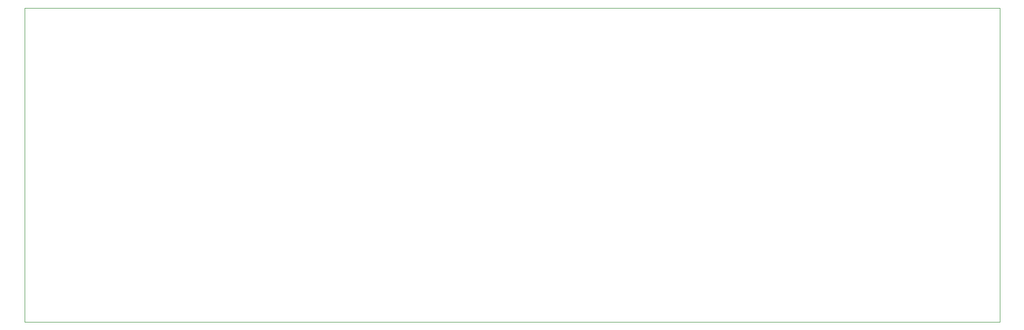
<source format=gbr>
%TF.GenerationSoftware,KiCad,Pcbnew,8.0.2*%
%TF.CreationDate,2024-07-16T15:49:33+02:00*%
%TF.ProjectId,4-MPPC_FARICH_Prototype,342d4d50-5043-45f4-9641-524943485f50,rev?*%
%TF.SameCoordinates,Original*%
%TF.FileFunction,Profile,NP*%
%FSLAX46Y46*%
G04 Gerber Fmt 4.6, Leading zero omitted, Abs format (unit mm)*
G04 Created by KiCad (PCBNEW 8.0.2) date 2024-07-16 15:49:33*
%MOMM*%
%LPD*%
G01*
G04 APERTURE LIST*
%TA.AperFunction,Profile*%
%ADD10C,0.050000*%
%TD*%
G04 APERTURE END LIST*
D10*
X63855000Y-65715000D02*
X227945000Y-65715000D01*
X227945000Y-65715000D02*
X227945000Y-118625000D01*
X227945000Y-118625000D02*
X63855000Y-118625000D01*
X63855000Y-118625000D02*
X63855000Y-65715000D01*
M02*

</source>
